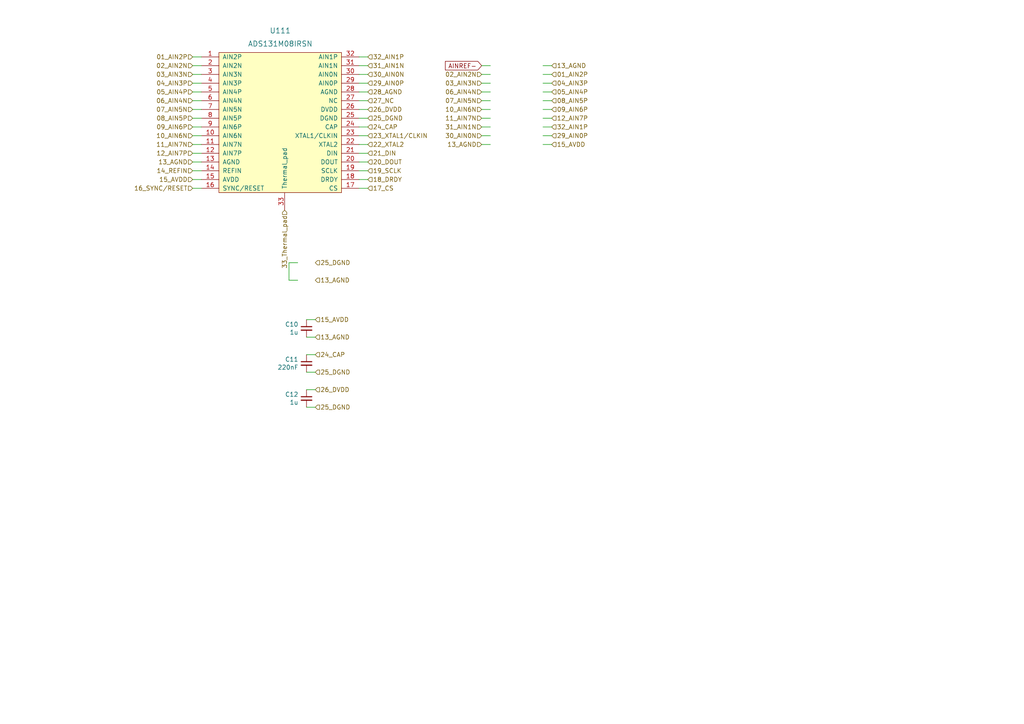
<source format=kicad_sch>
(kicad_sch (version 20210621) (generator eeschema)
  (paper "A4")
  (lib_symbols
    (symbol "FreeEEG32-ads131-rescue:C_Small-Device" (pin_numbers hide) (pin_names (offset 0.254) hide)
      (property "Reference" "C" (at 0.254 1.778 0))
      (property "Value" "C_Small-Device" (at 0.254 -2.032 0))
      (symbol "C_Small-Device_0_1"
        (polyline (pts (xy -1.524 -0.508) (xy 1.524 -0.508)) (stroke (width 0.3302)))
        (polyline (pts (xy -1.524 0.508) (xy 1.524 0.508)) (stroke (width 0.3048)))
      )
      (symbol "C_Small-Device_1_1"
        (pin passive line (at 0 2.54 270) (length 2.032) (name "~") (number "1"))
        (pin passive line (at 0 -2.54 90) (length 2.032) (name "~") (number "2"))
      )
    )
    (symbol "ads131:ADS131M08IPBS" (pin_names (offset 1.016))
      (property "Reference" "U?" (at -1.27 44.45 0))
      (property "Value" "ADS131M08IPBS" (at -1.27 40.64 0))
      (symbol "ADS131M08IPBS_0_1"
        (rectangle (start -19.05 39.37) (end 16.51 -1.27) (fill (type background)))
      )
      (symbol "ADS131M08IPBS_1_1"
        (pin input line (at -24.13 38.1 0) (length 5.08) (name "AIN2P") (number "1"))
        (pin input line (at -24.13 15.24 0) (length 5.08) (name "AIN6N") (number "10"))
        (pin input line (at -24.13 12.7 0) (length 5.08) (name "AIN7N") (number "11"))
        (pin input line (at -24.13 10.16 0) (length 5.08) (name "AIN7P") (number "12"))
        (pin input line (at -24.13 7.62 0) (length 5.08) (name "AGND") (number "13"))
        (pin input line (at -24.13 5.08 0) (length 5.08) (name "REFIN") (number "14"))
        (pin input line (at -24.13 2.54 0) (length 5.08) (name "AVDD") (number "15"))
        (pin input line (at -24.13 0 0) (length 5.08) (name "SYNC/RESET") (number "16"))
        (pin input line (at 21.59 0 180) (length 5.08) (name "CS") (number "17"))
        (pin input line (at 21.59 2.54 180) (length 5.08) (name "DRDY") (number "18"))
        (pin input line (at 21.59 5.08 180) (length 5.08) (name "SCLK") (number "19"))
        (pin input line (at -24.13 35.56 0) (length 5.08) (name "AIN2N") (number "2"))
        (pin input line (at 21.59 7.62 180) (length 5.08) (name "DOUT") (number "20"))
        (pin input line (at 21.59 10.16 180) (length 5.08) (name "DIN") (number "21"))
        (pin input line (at 21.59 12.7 180) (length 5.08) (name "XTAL2") (number "22"))
        (pin input line (at 21.59 15.24 180) (length 5.08) (name "XTAL1/CLKIN") (number "23"))
        (pin input line (at 21.59 17.78 180) (length 5.08) (name "CAP") (number "24"))
        (pin input line (at 21.59 20.32 180) (length 5.08) (name "DGND") (number "25"))
        (pin input line (at 21.59 22.86 180) (length 5.08) (name "DVDD") (number "26"))
        (pin input line (at 21.59 25.4 180) (length 5.08) (name "NC") (number "27"))
        (pin input line (at 21.59 27.94 180) (length 5.08) (name "AGND") (number "28"))
        (pin input line (at 21.59 30.48 180) (length 5.08) (name "AIN0P") (number "29"))
        (pin input line (at -24.13 33.02 0) (length 5.08) (name "AIN3N") (number "3"))
        (pin input line (at 21.59 33.02 180) (length 5.08) (name "AIN0N") (number "30"))
        (pin input line (at 21.59 35.56 180) (length 5.08) (name "AIN1N") (number "31"))
        (pin input line (at 21.59 38.1 180) (length 5.08) (name "AIN1P") (number "32"))
        (pin input line (at 0 -6.35 90) (length 5.08) (name "Thermal_pad") (number "33"))
        (pin input line (at -24.13 30.48 0) (length 5.08) (name "AIN3P") (number "4"))
        (pin input line (at -24.13 27.94 0) (length 5.08) (name "AIN4P") (number "5"))
        (pin input line (at -24.13 25.4 0) (length 5.08) (name "AIN4N") (number "6"))
        (pin input line (at -24.13 22.86 0) (length 5.08) (name "AIN5N") (number "7"))
        (pin input line (at -24.13 20.32 0) (length 5.08) (name "AIN5P") (number "8"))
        (pin input line (at -24.13 17.78 0) (length 5.08) (name "AIN6P") (number "9"))
      )
    )
  )
  (wire (pts (xy 55.88 16.51) (xy 58.42 16.51)))
  (wire (pts (xy 55.88 19.05) (xy 58.42 19.05)))
  (wire (pts (xy 55.88 21.59) (xy 58.42 21.59)))
  (wire (pts (xy 55.88 24.13) (xy 58.42 24.13)))
  (wire (pts (xy 55.88 29.21) (xy 58.42 29.21)))
  (wire (pts (xy 55.88 31.75) (xy 58.42 31.75)))
  (wire (pts (xy 55.88 34.29) (xy 58.42 34.29)))
  (wire (pts (xy 55.88 36.83) (xy 58.42 36.83)))
  (wire (pts (xy 55.88 39.37) (xy 58.42 39.37)))
  (wire (pts (xy 55.88 41.91) (xy 58.42 41.91)))
  (wire (pts (xy 55.88 44.45) (xy 58.42 44.45)))
  (wire (pts (xy 55.88 46.99) (xy 58.42 46.99)))
  (wire (pts (xy 55.88 49.53) (xy 58.42 49.53)))
  (wire (pts (xy 55.88 52.07) (xy 58.42 52.07)))
  (wire (pts (xy 55.88 54.61) (xy 58.42 54.61)))
  (wire (pts (xy 58.42 26.67) (xy 55.88 26.67)))
  (wire (pts (xy 83.82 76.2) (xy 83.82 81.28)))
  (wire (pts (xy 83.82 81.28) (xy 86.36 81.28)))
  (wire (pts (xy 86.36 76.2) (xy 83.82 76.2)))
  (wire (pts (xy 91.44 92.71) (xy 88.9 92.71)))
  (wire (pts (xy 91.44 97.79) (xy 88.9 97.79)))
  (wire (pts (xy 91.44 102.87) (xy 88.9 102.87)))
  (wire (pts (xy 91.44 107.95) (xy 88.9 107.95)))
  (wire (pts (xy 91.44 113.03) (xy 88.9 113.03)))
  (wire (pts (xy 91.44 118.11) (xy 88.9 118.11)))
  (wire (pts (xy 104.14 16.51) (xy 106.68 16.51)))
  (wire (pts (xy 104.14 19.05) (xy 106.68 19.05)))
  (wire (pts (xy 104.14 21.59) (xy 106.68 21.59)))
  (wire (pts (xy 104.14 24.13) (xy 106.68 24.13)))
  (wire (pts (xy 104.14 29.21) (xy 106.68 29.21)))
  (wire (pts (xy 104.14 31.75) (xy 106.68 31.75)))
  (wire (pts (xy 104.14 34.29) (xy 106.68 34.29)))
  (wire (pts (xy 104.14 36.83) (xy 106.68 36.83)))
  (wire (pts (xy 104.14 39.37) (xy 106.68 39.37)))
  (wire (pts (xy 104.14 41.91) (xy 106.68 41.91)))
  (wire (pts (xy 104.14 44.45) (xy 106.68 44.45)))
  (wire (pts (xy 104.14 46.99) (xy 106.68 46.99)))
  (wire (pts (xy 104.14 49.53) (xy 106.68 49.53)))
  (wire (pts (xy 104.14 52.07) (xy 106.68 52.07)))
  (wire (pts (xy 104.14 54.61) (xy 106.68 54.61)))
  (wire (pts (xy 106.68 26.67) (xy 104.14 26.67)))
  (wire (pts (xy 139.7 21.59) (xy 142.24 21.59)))
  (wire (pts (xy 139.7 24.13) (xy 142.24 24.13)))
  (wire (pts (xy 139.7 26.67) (xy 142.24 26.67)))
  (wire (pts (xy 139.7 29.21) (xy 142.24 29.21)))
  (wire (pts (xy 139.7 31.75) (xy 142.24 31.75)))
  (wire (pts (xy 139.7 34.29) (xy 142.24 34.29)))
  (wire (pts (xy 139.7 36.83) (xy 142.24 36.83)))
  (wire (pts (xy 139.7 39.37) (xy 142.24 39.37)))
  (wire (pts (xy 142.24 19.05) (xy 139.7 19.05)))
  (wire (pts (xy 142.24 41.91) (xy 139.7 41.91)))
  (wire (pts (xy 160.02 19.05) (xy 157.48 19.05)))
  (wire (pts (xy 160.02 21.59) (xy 157.48 21.59)))
  (wire (pts (xy 160.02 24.13) (xy 157.48 24.13)))
  (wire (pts (xy 160.02 26.67) (xy 157.48 26.67)))
  (wire (pts (xy 160.02 29.21) (xy 157.48 29.21)))
  (wire (pts (xy 160.02 31.75) (xy 157.48 31.75)))
  (wire (pts (xy 160.02 34.29) (xy 157.48 34.29)))
  (wire (pts (xy 160.02 36.83) (xy 157.48 36.83)))
  (wire (pts (xy 160.02 39.37) (xy 157.48 39.37)))
  (wire (pts (xy 160.02 41.91) (xy 157.48 41.91)))
  (global_label "AINREF-" (shape input) (at 139.7 19.05 180) (property "Intersheet References" "${INTERSHEET_REFS}" (effects hide)))
  (hierarchical_label "01_AIN2P" (shape input) (at 55.88 16.51 180))
  (hierarchical_label "02_AIN2N" (shape input) (at 55.88 19.05 180))
  (hierarchical_label "03_AIN3N" (shape input) (at 55.88 21.59 180))
  (hierarchical_label "04_AIN3P" (shape input) (at 55.88 24.13 180))
  (hierarchical_label "05_AIN4P" (shape input) (at 55.88 26.67 180))
  (hierarchical_label "06_AIN4N" (shape input) (at 55.88 29.21 180))
  (hierarchical_label "07_AIN5N" (shape input) (at 55.88 31.75 180))
  (hierarchical_label "08_AIN5P" (shape input) (at 55.88 34.29 180))
  (hierarchical_label "09_AIN6P" (shape input) (at 55.88 36.83 180))
  (hierarchical_label "10_AIN6N" (shape input) (at 55.88 39.37 180))
  (hierarchical_label "11_AIN7N" (shape input) (at 55.88 41.91 180))
  (hierarchical_label "12_AIN7P" (shape input) (at 55.88 44.45 180))
  (hierarchical_label "13_AGND" (shape input) (at 55.88 46.99 180))
  (hierarchical_label "14_REFIN" (shape input) (at 55.88 49.53 180))
  (hierarchical_label "15_AVDD" (shape input) (at 55.88 52.07 180))
  (hierarchical_label "16_SYNC{slash}RESET" (shape input) (at 55.88 54.61 180))
  (hierarchical_label "33_Thermal_pad" (shape input) (at 82.55 60.96 270))
  (hierarchical_label "25_DGND" (shape input) (at 91.44 76.2 0))
  (hierarchical_label "13_AGND" (shape input) (at 91.44 81.28 0))
  (hierarchical_label "15_AVDD" (shape input) (at 91.44 92.71 0))
  (hierarchical_label "13_AGND" (shape input) (at 91.44 97.79 0))
  (hierarchical_label "24_CAP" (shape input) (at 91.44 102.87 0))
  (hierarchical_label "25_DGND" (shape input) (at 91.44 107.95 0))
  (hierarchical_label "26_DVDD" (shape input) (at 91.44 113.03 0))
  (hierarchical_label "25_DGND" (shape input) (at 91.44 118.11 0))
  (hierarchical_label "32_AIN1P" (shape input) (at 106.68 16.51 0))
  (hierarchical_label "31_AIN1N" (shape input) (at 106.68 19.05 0))
  (hierarchical_label "30_AIN0N" (shape input) (at 106.68 21.59 0))
  (hierarchical_label "29_AIN0P" (shape input) (at 106.68 24.13 0))
  (hierarchical_label "28_AGND" (shape input) (at 106.68 26.67 0))
  (hierarchical_label "27_NC" (shape input) (at 106.68 29.21 0))
  (hierarchical_label "26_DVDD" (shape input) (at 106.68 31.75 0))
  (hierarchical_label "25_DGND" (shape input) (at 106.68 34.29 0))
  (hierarchical_label "24_CAP" (shape input) (at 106.68 36.83 0))
  (hierarchical_label "23_XTAL1{slash}CLKIN" (shape input) (at 106.68 39.37 0))
  (hierarchical_label "22_XTAL2" (shape input) (at 106.68 41.91 0))
  (hierarchical_label "21_DIN" (shape input) (at 106.68 44.45 0))
  (hierarchical_label "20_DOUT" (shape input) (at 106.68 46.99 0))
  (hierarchical_label "19_SCLK" (shape input) (at 106.68 49.53 0))
  (hierarchical_label "18_DRDY" (shape input) (at 106.68 52.07 0))
  (hierarchical_label "17_CS" (shape input) (at 106.68 54.61 0))
  (hierarchical_label "02_AIN2N" (shape input) (at 139.7 21.59 180))
  (hierarchical_label "03_AIN3N" (shape input) (at 139.7 24.13 180))
  (hierarchical_label "06_AIN4N" (shape input) (at 139.7 26.67 180))
  (hierarchical_label "07_AIN5N" (shape input) (at 139.7 29.21 180))
  (hierarchical_label "10_AIN6N" (shape input) (at 139.7 31.75 180))
  (hierarchical_label "11_AIN7N" (shape input) (at 139.7 34.29 180))
  (hierarchical_label "31_AIN1N" (shape input) (at 139.7 36.83 180))
  (hierarchical_label "30_AIN0N" (shape input) (at 139.7 39.37 180))
  (hierarchical_label "13_AGND" (shape input) (at 139.7 41.91 180))
  (hierarchical_label "13_AGND" (shape input) (at 160.02 19.05 0))
  (hierarchical_label "01_AIN2P" (shape input) (at 160.02 21.59 0))
  (hierarchical_label "04_AIN3P" (shape input) (at 160.02 24.13 0))
  (hierarchical_label "05_AIN4P" (shape input) (at 160.02 26.67 0))
  (hierarchical_label "08_AIN5P" (shape input) (at 160.02 29.21 0))
  (hierarchical_label "09_AIN6P" (shape input) (at 160.02 31.75 0))
  (hierarchical_label "12_AIN7P" (shape input) (at 160.02 34.29 0))
  (hierarchical_label "32_AIN1P" (shape input) (at 160.02 36.83 0))
  (hierarchical_label "29_AIN0P" (shape input) (at 160.02 39.37 0))
  (hierarchical_label "15_AVDD" (shape input) (at 160.02 41.91 0))
  (symbol (lib_id "FreeEEG32-ads131-rescue:C_Small-Device") (at 88.9 95.25 0) (mirror y) (unit 1)
    (property "Reference" "C10" (at 86.5632 94.0816 0) (effects (justify left)))
    (property "Value" "1u" (at 86.5632 96.393 0) (effects (justify left)))
    (property "Footprint" "Capacitor_SMD:C_0402_1005Metric" (effects hide))
    (property "Datasheet" "C0G" (effects hide))
    (property "MNP" "CL05A105KO5NNNC" (effects hide))
  )
  (symbol (lib_id "FreeEEG32-ads131-rescue:C_Small-Device") (at 88.9 105.41 0) (mirror y) (unit 1)
    (property "Reference" "C11" (at 86.5632 104.2416 0) (effects (justify left)))
    (property "Value" "220nF" (at 86.5632 106.553 0) (effects (justify left)))
    (property "Footprint" "Capacitor_SMD:C_0402_1005Metric" (effects hide))
    (property "Datasheet" "X7R, not Y5V" (effects hide))
    (property "MNP" "CL05A105KO5NNNC" (effects hide))
  )
  (symbol (lib_id "FreeEEG32-ads131-rescue:C_Small-Device") (at 88.9 115.57 0) (mirror y) (unit 1)
    (property "Reference" "C12" (at 86.5632 114.4016 0) (effects (justify left)))
    (property "Value" "1u" (at 86.5632 116.713 0) (effects (justify left)))
    (property "Footprint" "Capacitor_SMD:C_0402_1005Metric" (effects hide))
    (property "Datasheet" "X7R, not Y5V" (effects hide))
    (property "MNP" "CL05A105KO5NNNC" (effects hide))
  )
  (symbol (lib_id "ads131:ADS131M08IPBS") (at 82.55 54.61 0) (unit 1)
    (property "Reference" "U111" (at 81.28 8.89 0) (effects (font (size 1.524 1.524))))
    (property "Value" "ADS131M08IRSN" (at 81.28 12.7 0) (effects (font (size 1.524 1.524))))
    (property "Footprint" "Package_DFN_QFN:QFN-32-1EP_4x4mm_P0.4mm_EP2.65x2.65mm_ThermalVias" (effects hide))
    (property "MNP" "AD7771BCPZ" (effects hide))
    (property "Manufacturer" "Analog Devices" (effects hide))
  )
)
</source>
